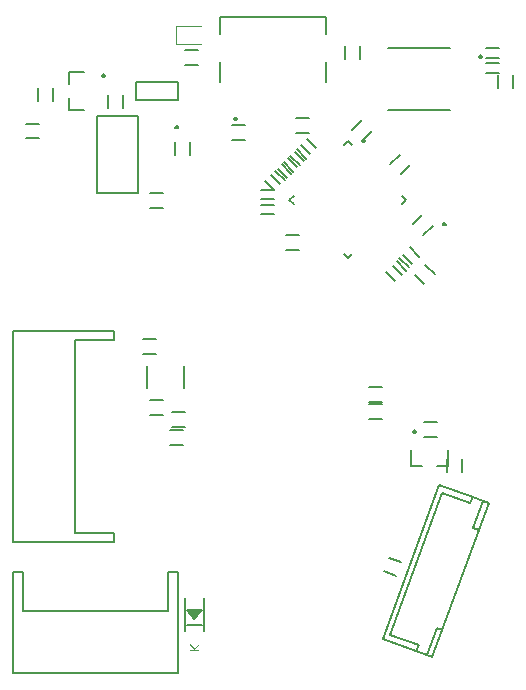
<source format=gbo>
G04 EAGLE Gerber RS-274X export*
G75*
%MOMM*%
%FSLAX34Y34*%
%LPD*%
%INSilkscreen Bottom*%
%IPPOS*%
%AMOC8*
5,1,8,0,0,1.08239X$1,22.5*%
G01*
G04 Define Apertures*
%ADD10C,0.127000*%
%ADD11C,0.200000*%
%ADD12C,0.120000*%
%ADD13C,0.152400*%
G36*
X-63262Y-181894D02*
X-70550Y-181894D01*
X-70550Y-180906D01*
X-67757Y-180906D01*
X-67033Y-179954D01*
X-70550Y-177041D01*
X-70550Y-175816D01*
X-66427Y-179333D01*
X-63262Y-176229D01*
X-63262Y-177393D01*
X-66914Y-180906D01*
X-63262Y-180906D01*
X-63262Y-181894D01*
G37*
D10*
X92100Y14814D02*
X81100Y14814D01*
X81100Y27386D02*
X92100Y27386D01*
X36541Y244076D02*
X28763Y251854D01*
X19873Y242964D02*
X27651Y235186D01*
X95672Y139265D02*
X103450Y131487D01*
X112340Y140377D02*
X104562Y148155D01*
X31195Y238730D02*
X23417Y246508D01*
X14527Y237618D02*
X22305Y229840D01*
X21921Y170420D02*
X10921Y170420D01*
X10921Y157848D02*
X21921Y157848D01*
X108056Y221966D02*
X115834Y229744D01*
X106944Y238634D02*
X99166Y230856D01*
X75827Y250915D02*
X83605Y258693D01*
X74715Y267583D02*
X66937Y259805D01*
X101018Y144611D02*
X108796Y136833D01*
X117686Y145723D02*
X109908Y153501D01*
X500Y200786D02*
X-10500Y200786D01*
X-10500Y188214D02*
X500Y188214D01*
X200Y208786D02*
X-10800Y208786D01*
X-10800Y196214D02*
X200Y196214D01*
X128836Y145514D02*
X136614Y137736D01*
X127724Y128846D02*
X119946Y136624D01*
X92300Y29314D02*
X81300Y29314D01*
X81300Y41886D02*
X92300Y41886D01*
X118166Y179556D02*
X125944Y187334D01*
X134834Y178444D02*
X127056Y170666D01*
X14945Y222480D02*
X7167Y230258D01*
X-1723Y221368D02*
X6055Y213590D01*
X-99579Y82344D02*
X-110579Y82344D01*
X-110579Y69772D02*
X-99579Y69772D01*
X-104722Y30604D02*
X-93722Y30604D01*
X-93722Y18032D02*
X-104722Y18032D01*
X-104300Y193514D02*
X-93300Y193514D01*
X-93300Y206086D02*
X-104300Y206086D01*
X-70414Y238400D02*
X-70414Y249400D01*
X-82986Y249400D02*
X-82986Y238400D01*
X1820Y224911D02*
X9598Y217133D01*
X708Y208243D02*
X-7070Y216021D01*
X44700Y300400D02*
X44700Y317200D01*
X44700Y340600D02*
X44700Y354900D01*
X-44700Y317200D02*
X-44700Y300400D01*
X-44700Y340600D02*
X-44700Y354900D01*
X44700Y354900D01*
D11*
X-33000Y268900D02*
X-32998Y268963D01*
X-32992Y269025D01*
X-32982Y269087D01*
X-32969Y269149D01*
X-32951Y269209D01*
X-32930Y269268D01*
X-32905Y269326D01*
X-32876Y269382D01*
X-32844Y269436D01*
X-32809Y269488D01*
X-32771Y269537D01*
X-32729Y269585D01*
X-32685Y269629D01*
X-32637Y269671D01*
X-32588Y269709D01*
X-32536Y269744D01*
X-32482Y269776D01*
X-32426Y269805D01*
X-32368Y269830D01*
X-32309Y269851D01*
X-32249Y269869D01*
X-32187Y269882D01*
X-32125Y269892D01*
X-32063Y269898D01*
X-32000Y269900D01*
X-31937Y269898D01*
X-31875Y269892D01*
X-31813Y269882D01*
X-31751Y269869D01*
X-31691Y269851D01*
X-31632Y269830D01*
X-31574Y269805D01*
X-31518Y269776D01*
X-31464Y269744D01*
X-31412Y269709D01*
X-31363Y269671D01*
X-31315Y269629D01*
X-31271Y269585D01*
X-31229Y269537D01*
X-31191Y269488D01*
X-31156Y269436D01*
X-31124Y269382D01*
X-31095Y269326D01*
X-31070Y269268D01*
X-31049Y269209D01*
X-31031Y269149D01*
X-31018Y269087D01*
X-31008Y269025D01*
X-31002Y268963D01*
X-31000Y268900D01*
X-31002Y268837D01*
X-31008Y268775D01*
X-31018Y268713D01*
X-31031Y268651D01*
X-31049Y268591D01*
X-31070Y268532D01*
X-31095Y268474D01*
X-31124Y268418D01*
X-31156Y268364D01*
X-31191Y268312D01*
X-31229Y268263D01*
X-31271Y268215D01*
X-31315Y268171D01*
X-31363Y268129D01*
X-31412Y268091D01*
X-31464Y268056D01*
X-31518Y268024D01*
X-31574Y267995D01*
X-31632Y267970D01*
X-31691Y267949D01*
X-31751Y267931D01*
X-31813Y267918D01*
X-31875Y267908D01*
X-31937Y267902D01*
X-32000Y267900D01*
X-32063Y267902D01*
X-32125Y267908D01*
X-32187Y267918D01*
X-32249Y267931D01*
X-32309Y267949D01*
X-32368Y267970D01*
X-32426Y267995D01*
X-32482Y268024D01*
X-32536Y268056D01*
X-32588Y268091D01*
X-32637Y268129D01*
X-32685Y268171D01*
X-32729Y268215D01*
X-32771Y268263D01*
X-32809Y268312D01*
X-32844Y268364D01*
X-32876Y268418D01*
X-32905Y268474D01*
X-32930Y268532D01*
X-32951Y268591D01*
X-32969Y268651D01*
X-32982Y268713D01*
X-32992Y268775D01*
X-32998Y268837D01*
X-33000Y268900D01*
D12*
X-61300Y332101D02*
X-82399Y332101D01*
X-82399Y347499D01*
X-61300Y347499D01*
D10*
X-74700Y20560D02*
X-85700Y20560D01*
X-85700Y7840D02*
X-74700Y7840D01*
X106805Y151028D02*
X114583Y143250D01*
X123577Y152244D02*
X115799Y160022D01*
X-76100Y5760D02*
X-87100Y5760D01*
X-87100Y-6960D02*
X-76100Y-6960D01*
X-34600Y263760D02*
X-23600Y263760D01*
X-23600Y251040D02*
X-34600Y251040D01*
X19500Y257240D02*
X30500Y257240D01*
X30500Y269960D02*
X19500Y269960D01*
X179700Y320040D02*
X190700Y320040D01*
X190700Y307320D02*
X179700Y307320D01*
X179700Y315930D02*
X190700Y315930D01*
X190700Y328650D02*
X179700Y328650D01*
X25921Y233309D02*
X18143Y241087D01*
X9149Y232093D02*
X16927Y224315D01*
X20470Y227857D02*
X12692Y235635D01*
X3698Y226641D02*
X11476Y218863D01*
X-64100Y327460D02*
X-75100Y327460D01*
X-75100Y314740D02*
X-64100Y314740D01*
X-80520Y284980D02*
X-116080Y284980D01*
X-80520Y284980D02*
X-80520Y300220D01*
X-116080Y300220D01*
X-116080Y284980D01*
D13*
X-75802Y59545D02*
X-75802Y41003D01*
X-107298Y41003D02*
X-107298Y59545D01*
D11*
X75482Y250394D02*
X75484Y250457D01*
X75490Y250519D01*
X75500Y250581D01*
X75513Y250643D01*
X75531Y250703D01*
X75552Y250762D01*
X75577Y250820D01*
X75606Y250876D01*
X75638Y250930D01*
X75673Y250982D01*
X75711Y251031D01*
X75753Y251079D01*
X75797Y251123D01*
X75845Y251165D01*
X75894Y251203D01*
X75946Y251238D01*
X76000Y251270D01*
X76056Y251299D01*
X76114Y251324D01*
X76173Y251345D01*
X76233Y251363D01*
X76295Y251376D01*
X76357Y251386D01*
X76419Y251392D01*
X76482Y251394D01*
X76545Y251392D01*
X76607Y251386D01*
X76669Y251376D01*
X76731Y251363D01*
X76791Y251345D01*
X76850Y251324D01*
X76908Y251299D01*
X76964Y251270D01*
X77018Y251238D01*
X77070Y251203D01*
X77119Y251165D01*
X77167Y251123D01*
X77211Y251079D01*
X77253Y251031D01*
X77291Y250982D01*
X77326Y250930D01*
X77358Y250876D01*
X77387Y250820D01*
X77412Y250762D01*
X77433Y250703D01*
X77451Y250643D01*
X77464Y250581D01*
X77474Y250519D01*
X77480Y250457D01*
X77482Y250394D01*
X77480Y250331D01*
X77474Y250269D01*
X77464Y250207D01*
X77451Y250145D01*
X77433Y250085D01*
X77412Y250026D01*
X77387Y249968D01*
X77358Y249912D01*
X77326Y249858D01*
X77291Y249806D01*
X77253Y249757D01*
X77211Y249709D01*
X77167Y249665D01*
X77119Y249623D01*
X77070Y249585D01*
X77018Y249550D01*
X76964Y249518D01*
X76908Y249489D01*
X76850Y249464D01*
X76791Y249443D01*
X76731Y249425D01*
X76669Y249412D01*
X76607Y249402D01*
X76545Y249396D01*
X76482Y249394D01*
X76419Y249396D01*
X76357Y249402D01*
X76295Y249412D01*
X76233Y249425D01*
X76173Y249443D01*
X76114Y249464D01*
X76056Y249489D01*
X76000Y249518D01*
X75946Y249550D01*
X75894Y249585D01*
X75845Y249623D01*
X75797Y249665D01*
X75753Y249709D01*
X75711Y249757D01*
X75673Y249806D01*
X75638Y249858D01*
X75606Y249912D01*
X75577Y249968D01*
X75552Y250026D01*
X75531Y250085D01*
X75513Y250145D01*
X75500Y250207D01*
X75490Y250269D01*
X75484Y250331D01*
X75482Y250394D01*
D10*
X66618Y154263D02*
X63224Y150869D01*
X13727Y200366D02*
X17121Y203760D01*
X109327Y196972D02*
X112722Y200366D01*
X63224Y249863D02*
X59830Y246469D01*
X59830Y154263D02*
X63224Y150869D01*
X17121Y196972D02*
X13727Y200366D01*
X109327Y203760D02*
X112722Y200366D01*
X66618Y246469D02*
X63224Y249863D01*
X-114375Y271525D02*
X-149425Y271525D01*
X-149425Y206475D01*
X-114375Y206475D01*
X-114375Y271525D01*
D11*
X-82900Y261900D02*
X-82898Y261963D01*
X-82892Y262025D01*
X-82882Y262087D01*
X-82869Y262149D01*
X-82851Y262209D01*
X-82830Y262268D01*
X-82805Y262326D01*
X-82776Y262382D01*
X-82744Y262436D01*
X-82709Y262488D01*
X-82671Y262537D01*
X-82629Y262585D01*
X-82585Y262629D01*
X-82537Y262671D01*
X-82488Y262709D01*
X-82436Y262744D01*
X-82382Y262776D01*
X-82326Y262805D01*
X-82268Y262830D01*
X-82209Y262851D01*
X-82149Y262869D01*
X-82087Y262882D01*
X-82025Y262892D01*
X-81963Y262898D01*
X-81900Y262900D01*
X-81837Y262898D01*
X-81775Y262892D01*
X-81713Y262882D01*
X-81651Y262869D01*
X-81591Y262851D01*
X-81532Y262830D01*
X-81474Y262805D01*
X-81418Y262776D01*
X-81364Y262744D01*
X-81312Y262709D01*
X-81263Y262671D01*
X-81215Y262629D01*
X-81171Y262585D01*
X-81129Y262537D01*
X-81091Y262488D01*
X-81056Y262436D01*
X-81024Y262382D01*
X-80995Y262326D01*
X-80970Y262268D01*
X-80949Y262209D01*
X-80931Y262149D01*
X-80918Y262087D01*
X-80908Y262025D01*
X-80902Y261963D01*
X-80900Y261900D01*
X-80902Y261837D01*
X-80908Y261775D01*
X-80918Y261713D01*
X-80931Y261651D01*
X-80949Y261591D01*
X-80970Y261532D01*
X-80995Y261474D01*
X-81024Y261418D01*
X-81056Y261364D01*
X-81091Y261312D01*
X-81129Y261263D01*
X-81171Y261215D01*
X-81215Y261171D01*
X-81263Y261129D01*
X-81312Y261091D01*
X-81364Y261056D01*
X-81418Y261024D01*
X-81474Y260995D01*
X-81532Y260970D01*
X-81591Y260949D01*
X-81651Y260931D01*
X-81713Y260918D01*
X-81775Y260908D01*
X-81837Y260902D01*
X-81900Y260900D01*
X-81963Y260902D01*
X-82025Y260908D01*
X-82087Y260918D01*
X-82149Y260931D01*
X-82209Y260949D01*
X-82268Y260970D01*
X-82326Y260995D01*
X-82382Y261024D01*
X-82436Y261056D01*
X-82488Y261091D01*
X-82537Y261129D01*
X-82585Y261171D01*
X-82629Y261215D01*
X-82671Y261263D01*
X-82709Y261312D01*
X-82744Y261364D01*
X-82776Y261418D01*
X-82805Y261474D01*
X-82830Y261532D01*
X-82851Y261591D01*
X-82869Y261651D01*
X-82882Y261713D01*
X-82892Y261775D01*
X-82898Y261837D01*
X-82900Y261900D01*
X174532Y321550D02*
X174534Y321613D01*
X174540Y321675D01*
X174550Y321737D01*
X174563Y321799D01*
X174581Y321859D01*
X174602Y321918D01*
X174627Y321976D01*
X174656Y322032D01*
X174688Y322086D01*
X174723Y322138D01*
X174761Y322187D01*
X174803Y322235D01*
X174847Y322279D01*
X174895Y322321D01*
X174944Y322359D01*
X174996Y322394D01*
X175050Y322426D01*
X175106Y322455D01*
X175164Y322480D01*
X175223Y322501D01*
X175283Y322519D01*
X175345Y322532D01*
X175407Y322542D01*
X175469Y322548D01*
X175532Y322550D01*
X175595Y322548D01*
X175657Y322542D01*
X175719Y322532D01*
X175781Y322519D01*
X175841Y322501D01*
X175900Y322480D01*
X175958Y322455D01*
X176014Y322426D01*
X176068Y322394D01*
X176120Y322359D01*
X176169Y322321D01*
X176217Y322279D01*
X176261Y322235D01*
X176303Y322187D01*
X176341Y322138D01*
X176376Y322086D01*
X176408Y322032D01*
X176437Y321976D01*
X176462Y321918D01*
X176483Y321859D01*
X176501Y321799D01*
X176514Y321737D01*
X176524Y321675D01*
X176530Y321613D01*
X176532Y321550D01*
X176530Y321487D01*
X176524Y321425D01*
X176514Y321363D01*
X176501Y321301D01*
X176483Y321241D01*
X176462Y321182D01*
X176437Y321124D01*
X176408Y321068D01*
X176376Y321014D01*
X176341Y320962D01*
X176303Y320913D01*
X176261Y320865D01*
X176217Y320821D01*
X176169Y320779D01*
X176120Y320741D01*
X176068Y320706D01*
X176014Y320674D01*
X175958Y320645D01*
X175900Y320620D01*
X175841Y320599D01*
X175781Y320581D01*
X175719Y320568D01*
X175657Y320558D01*
X175595Y320552D01*
X175532Y320550D01*
X175469Y320552D01*
X175407Y320558D01*
X175345Y320568D01*
X175283Y320581D01*
X175223Y320599D01*
X175164Y320620D01*
X175106Y320645D01*
X175050Y320674D01*
X174996Y320706D01*
X174944Y320741D01*
X174895Y320779D01*
X174847Y320821D01*
X174803Y320865D01*
X174761Y320913D01*
X174723Y320962D01*
X174688Y321014D01*
X174656Y321068D01*
X174627Y321124D01*
X174602Y321182D01*
X174581Y321241D01*
X174563Y321301D01*
X174550Y321363D01*
X174540Y321425D01*
X174534Y321487D01*
X174532Y321550D01*
D10*
X149782Y328900D02*
X96982Y328900D01*
X96982Y276100D02*
X149782Y276100D01*
D11*
X143928Y179774D02*
X143930Y179837D01*
X143936Y179899D01*
X143946Y179961D01*
X143959Y180023D01*
X143977Y180083D01*
X143998Y180142D01*
X144023Y180200D01*
X144052Y180256D01*
X144084Y180310D01*
X144119Y180362D01*
X144157Y180411D01*
X144199Y180459D01*
X144243Y180503D01*
X144291Y180545D01*
X144340Y180583D01*
X144392Y180618D01*
X144446Y180650D01*
X144502Y180679D01*
X144560Y180704D01*
X144619Y180725D01*
X144679Y180743D01*
X144741Y180756D01*
X144803Y180766D01*
X144865Y180772D01*
X144928Y180774D01*
X144991Y180772D01*
X145053Y180766D01*
X145115Y180756D01*
X145177Y180743D01*
X145237Y180725D01*
X145296Y180704D01*
X145354Y180679D01*
X145410Y180650D01*
X145464Y180618D01*
X145516Y180583D01*
X145565Y180545D01*
X145613Y180503D01*
X145657Y180459D01*
X145699Y180411D01*
X145737Y180362D01*
X145772Y180310D01*
X145804Y180256D01*
X145833Y180200D01*
X145858Y180142D01*
X145879Y180083D01*
X145897Y180023D01*
X145910Y179961D01*
X145920Y179899D01*
X145926Y179837D01*
X145928Y179774D01*
X145926Y179711D01*
X145920Y179649D01*
X145910Y179587D01*
X145897Y179525D01*
X145879Y179465D01*
X145858Y179406D01*
X145833Y179348D01*
X145804Y179292D01*
X145772Y179238D01*
X145737Y179186D01*
X145699Y179137D01*
X145657Y179089D01*
X145613Y179045D01*
X145565Y179003D01*
X145516Y178965D01*
X145464Y178930D01*
X145410Y178898D01*
X145354Y178869D01*
X145296Y178844D01*
X145237Y178823D01*
X145177Y178805D01*
X145115Y178792D01*
X145053Y178782D01*
X144991Y178776D01*
X144928Y178774D01*
X144865Y178776D01*
X144803Y178782D01*
X144741Y178792D01*
X144679Y178805D01*
X144619Y178823D01*
X144560Y178844D01*
X144502Y178869D01*
X144446Y178898D01*
X144392Y178930D01*
X144340Y178965D01*
X144291Y179003D01*
X144243Y179045D01*
X144199Y179089D01*
X144157Y179137D01*
X144119Y179186D01*
X144084Y179238D01*
X144052Y179292D01*
X144023Y179348D01*
X143998Y179406D01*
X143977Y179465D01*
X143959Y179525D01*
X143946Y179587D01*
X143936Y179649D01*
X143930Y179711D01*
X143928Y179774D01*
D13*
X-134500Y89500D02*
X-220000Y89500D01*
X-220000Y-89500D01*
X-134500Y-89500D01*
X-134500Y81500D02*
X-134500Y89500D01*
X-134500Y81500D02*
X-167500Y81500D01*
X-167500Y-81500D01*
X-134500Y-81500D01*
X-134500Y-89500D01*
D10*
X-74800Y-136700D02*
X-74800Y-164700D01*
X-58800Y-164700D02*
X-58800Y-136700D01*
X-60450Y-146890D02*
X-66800Y-154510D01*
X-61720Y-146890D02*
X-60450Y-146890D01*
X-61720Y-146890D02*
X-62990Y-146890D01*
X-73150Y-146890D01*
X-66800Y-154510D01*
X-61720Y-146890D01*
X-71880Y-148160D01*
X-66800Y-153240D01*
X-62990Y-146890D01*
X-70610Y-148160D01*
X-66800Y-151970D01*
X-64260Y-148160D01*
X-65530Y-148160D01*
X-69340Y-148160D01*
X-68070Y-149430D01*
X-66800Y-150700D01*
X-65530Y-148160D01*
X-68070Y-149430D01*
X-66800Y-149430D01*
X-60450Y-159590D02*
X-73150Y-159590D01*
D13*
X-220000Y-200000D02*
X-220000Y-114500D01*
X-220000Y-200000D02*
X-81000Y-200000D01*
X-81000Y-114500D01*
X-212000Y-114500D02*
X-220000Y-114500D01*
X-212000Y-114500D02*
X-212000Y-147500D01*
X-89000Y-147500D01*
X-89000Y-114500D01*
X-81000Y-114500D01*
D10*
X116730Y-24800D02*
X116730Y-11800D01*
X148130Y-11800D02*
X148130Y-24800D01*
D11*
X118430Y4200D02*
X118432Y4263D01*
X118438Y4325D01*
X118448Y4387D01*
X118461Y4449D01*
X118479Y4509D01*
X118500Y4568D01*
X118525Y4626D01*
X118554Y4682D01*
X118586Y4736D01*
X118621Y4788D01*
X118659Y4837D01*
X118701Y4885D01*
X118745Y4929D01*
X118793Y4971D01*
X118842Y5009D01*
X118894Y5044D01*
X118948Y5076D01*
X119004Y5105D01*
X119062Y5130D01*
X119121Y5151D01*
X119181Y5169D01*
X119243Y5182D01*
X119305Y5192D01*
X119367Y5198D01*
X119430Y5200D01*
X119493Y5198D01*
X119555Y5192D01*
X119617Y5182D01*
X119679Y5169D01*
X119739Y5151D01*
X119798Y5130D01*
X119856Y5105D01*
X119912Y5076D01*
X119966Y5044D01*
X120018Y5009D01*
X120067Y4971D01*
X120115Y4929D01*
X120159Y4885D01*
X120201Y4837D01*
X120239Y4788D01*
X120274Y4736D01*
X120306Y4682D01*
X120335Y4626D01*
X120360Y4568D01*
X120381Y4509D01*
X120399Y4449D01*
X120412Y4387D01*
X120422Y4325D01*
X120428Y4263D01*
X120430Y4200D01*
X120428Y4137D01*
X120422Y4075D01*
X120412Y4013D01*
X120399Y3951D01*
X120381Y3891D01*
X120360Y3832D01*
X120335Y3774D01*
X120306Y3718D01*
X120274Y3664D01*
X120239Y3612D01*
X120201Y3563D01*
X120159Y3515D01*
X120115Y3471D01*
X120067Y3429D01*
X120018Y3391D01*
X119966Y3356D01*
X119912Y3324D01*
X119856Y3295D01*
X119798Y3270D01*
X119739Y3249D01*
X119679Y3231D01*
X119617Y3218D01*
X119555Y3208D01*
X119493Y3202D01*
X119430Y3200D01*
X119367Y3202D01*
X119305Y3208D01*
X119243Y3218D01*
X119181Y3231D01*
X119121Y3249D01*
X119062Y3270D01*
X119004Y3295D01*
X118948Y3324D01*
X118894Y3356D01*
X118842Y3391D01*
X118793Y3429D01*
X118745Y3471D01*
X118701Y3515D01*
X118659Y3563D01*
X118621Y3612D01*
X118586Y3664D01*
X118554Y3718D01*
X118525Y3774D01*
X118500Y3832D01*
X118479Y3891D01*
X118461Y3951D01*
X118448Y4013D01*
X118438Y4075D01*
X118432Y4137D01*
X118430Y4200D01*
D10*
X116730Y-24800D02*
X126230Y-24800D01*
X138630Y-24800D02*
X148130Y-24800D01*
X138200Y12419D02*
X127200Y12419D01*
X127200Y-301D02*
X138200Y-301D01*
X160160Y-19000D02*
X160160Y-30000D01*
X147440Y-30000D02*
X147440Y-19000D01*
D13*
X129856Y-185048D02*
X134789Y-186844D01*
X129856Y-185048D02*
X121164Y-181885D01*
X92503Y-171453D01*
X134789Y-186844D02*
X143169Y-163822D01*
X173951Y-79249D01*
X182330Y-56227D01*
X140044Y-40836D02*
X92503Y-171453D01*
X177397Y-54431D02*
X182330Y-56227D01*
X177397Y-54431D02*
X168705Y-51267D01*
X140044Y-40836D01*
X122959Y-176951D02*
X121164Y-181885D01*
X122959Y-176951D02*
X99232Y-168315D01*
X143182Y-47565D01*
X166909Y-56201D01*
X168705Y-51267D01*
X138236Y-162026D02*
X129856Y-185048D01*
X138236Y-162026D02*
X143169Y-163822D01*
X173951Y-79249D02*
X169017Y-77454D01*
X177397Y-54431D01*
D10*
X-159836Y308160D02*
X-172836Y308160D01*
X-172836Y276760D02*
X-159836Y276760D01*
D11*
X-144836Y305460D02*
X-144834Y305523D01*
X-144828Y305585D01*
X-144818Y305647D01*
X-144805Y305709D01*
X-144787Y305769D01*
X-144766Y305828D01*
X-144741Y305886D01*
X-144712Y305942D01*
X-144680Y305996D01*
X-144645Y306048D01*
X-144607Y306097D01*
X-144565Y306145D01*
X-144521Y306189D01*
X-144473Y306231D01*
X-144424Y306269D01*
X-144372Y306304D01*
X-144318Y306336D01*
X-144262Y306365D01*
X-144204Y306390D01*
X-144145Y306411D01*
X-144085Y306429D01*
X-144023Y306442D01*
X-143961Y306452D01*
X-143899Y306458D01*
X-143836Y306460D01*
X-143773Y306458D01*
X-143711Y306452D01*
X-143649Y306442D01*
X-143587Y306429D01*
X-143527Y306411D01*
X-143468Y306390D01*
X-143410Y306365D01*
X-143354Y306336D01*
X-143300Y306304D01*
X-143248Y306269D01*
X-143199Y306231D01*
X-143151Y306189D01*
X-143107Y306145D01*
X-143065Y306097D01*
X-143027Y306048D01*
X-142992Y305996D01*
X-142960Y305942D01*
X-142931Y305886D01*
X-142906Y305828D01*
X-142885Y305769D01*
X-142867Y305709D01*
X-142854Y305647D01*
X-142844Y305585D01*
X-142838Y305523D01*
X-142836Y305460D01*
X-142838Y305397D01*
X-142844Y305335D01*
X-142854Y305273D01*
X-142867Y305211D01*
X-142885Y305151D01*
X-142906Y305092D01*
X-142931Y305034D01*
X-142960Y304978D01*
X-142992Y304924D01*
X-143027Y304872D01*
X-143065Y304823D01*
X-143107Y304775D01*
X-143151Y304731D01*
X-143199Y304689D01*
X-143248Y304651D01*
X-143300Y304616D01*
X-143354Y304584D01*
X-143410Y304555D01*
X-143468Y304530D01*
X-143527Y304509D01*
X-143587Y304491D01*
X-143649Y304478D01*
X-143711Y304468D01*
X-143773Y304462D01*
X-143836Y304460D01*
X-143899Y304462D01*
X-143961Y304468D01*
X-144023Y304478D01*
X-144085Y304491D01*
X-144145Y304509D01*
X-144204Y304530D01*
X-144262Y304555D01*
X-144318Y304584D01*
X-144372Y304616D01*
X-144424Y304651D01*
X-144473Y304689D01*
X-144521Y304731D01*
X-144565Y304775D01*
X-144607Y304823D01*
X-144645Y304872D01*
X-144680Y304924D01*
X-144712Y304978D01*
X-144741Y305034D01*
X-144766Y305092D01*
X-144787Y305151D01*
X-144805Y305211D01*
X-144818Y305273D01*
X-144828Y305335D01*
X-144834Y305397D01*
X-144836Y305460D01*
D10*
X-172836Y308160D02*
X-172836Y298660D01*
X-172836Y286260D02*
X-172836Y276760D01*
X-127540Y278100D02*
X-127540Y289100D01*
X-140260Y289100D02*
X-140260Y278100D01*
X-186540Y284100D02*
X-186540Y295100D01*
X-199260Y295100D02*
X-199260Y284100D01*
X97968Y-102527D02*
X108304Y-106289D01*
X104004Y-118103D02*
X93668Y-114341D01*
X-198400Y252314D02*
X-209400Y252314D01*
X-209400Y264886D02*
X-198400Y264886D01*
X202960Y294900D02*
X202960Y305900D01*
X190240Y305900D02*
X190240Y294900D01*
X61014Y319200D02*
X61014Y330200D01*
X73586Y330200D02*
X73586Y319200D01*
M02*

</source>
